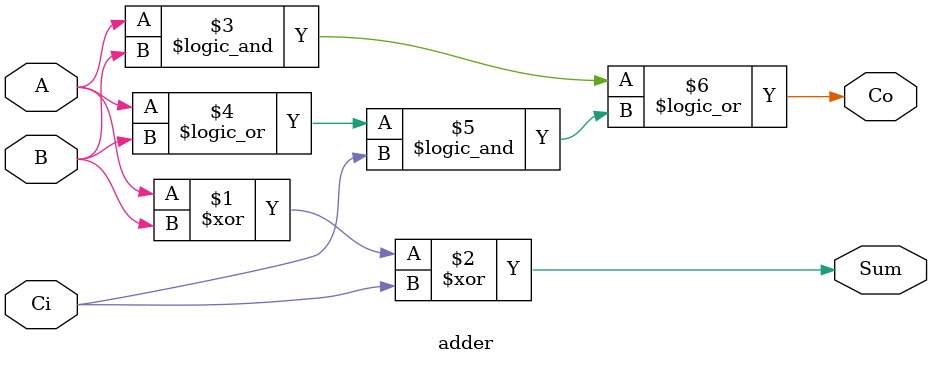
<source format=v>
module adder (
    output Sum,
    output Co,
    input A,
    input B,
    input Ci
);

assign Sum = A ^ B ^ Ci;
assign Co = (A&&B || (A||B)&&Ci);

endmodule

</source>
